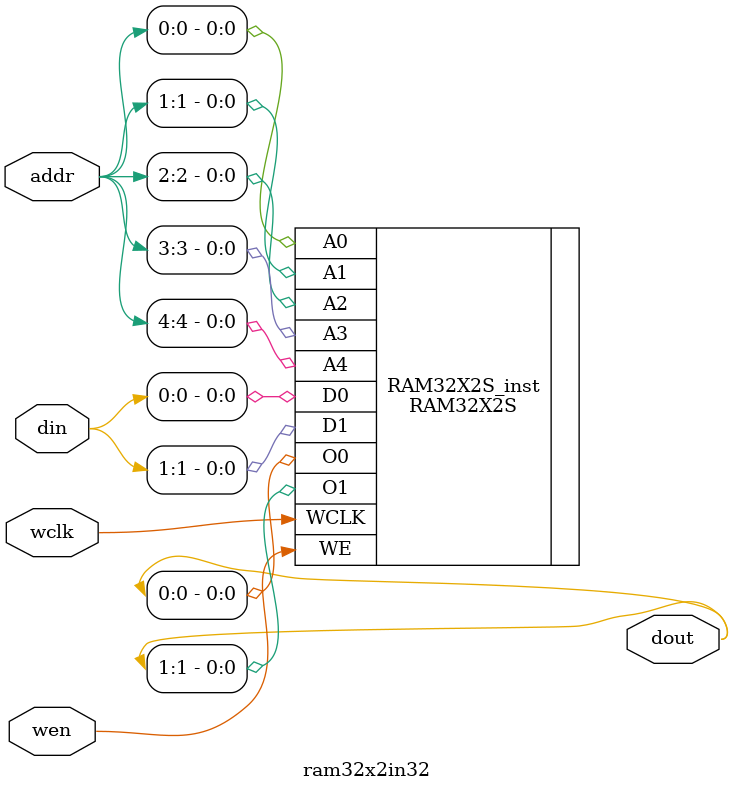
<source format=v>

module in32(clk,rdwr,strobe,our_addr,addr,busy_in,busy_out,
       addr_match_in,addr_match_out,datin,datout,
       u10clk, pin2, pin4, pin6, pin8);

    input  clk;              // system clock
    input  rdwr;             // direction of this transfer. Read=1; Write=0
    input  strobe;           // true on full valid command
    input  [3:0] our_addr;   // high byte of our assigned address
    input  [11:0] addr;      // address of target peripheral
    input  busy_in;          // ==1 if a previous peripheral is busy
    output busy_out;         // ==our busy state if our address, pass through otherwise
    input  addr_match_in;    // ==1 if a previous peripheral claims the address
    output addr_match_out;   // ==1 if we claim the above address, pass through otherwise
    input  [7:0] datin ;     // Data INto the peripheral;
    output [7:0] datout ;    // Data OUTput from the peripheral, = datin if not us.
    input  u10clk;           // 10 microsecond clock pulse
    output pin2;             // Pin2 to the in32 card.  Clock control.
    output pin4;             // Pin4 to the in32 card.  Clock control.
    output pin6;             // Pin6 to the in32 card.  Clock control.
    input  pin8;             // Serial data from the in32

    // State variables
    reg    [4:0] bst;        // Bit number for current card access
    reg    [3:0] gst;        // global state for xfer from card
    reg    dataready;        // set=1 to wait for an autosend to host
    reg    changepending;    // set=1 while finishing all 32 bits to then set dataready
    reg    sample;           // used to bring pin8 into our clock domain

    // Addressing and bus interface lines 
    wire   myaddr;           // ==1 if a correct read/write on our address
    wire   [1:0] rout;       // RAM output lines
    wire   [4:0] raddr;      // RAM address lines
    wire   [1:0] rin;        // RAM input lines
    wire   wen;              // RAM write enable
    ram32x2in32 ram(rout,raddr,rin,clk,wen); // Register array in RAM


    initial
    begin
        gst = 0;
        bst = 0;
        dataready = 0;
        changepending = 0;
    end

    always @(posedge clk)
    begin
        // reading reg 31 clears the dataready flag
        if (strobe && rdwr && myaddr && (addr[4:0] == 31))
        begin
            dataready <= 0;
        end

        // else if host is not rd/wr our regs and we're not waiting for autosend
        else if (~(strobe & myaddr & ~rdwr) && (u10clk == 1) && ~dataready)
        begin
            // was there a change on an input?
            // grab the input on 3, compare to old value on 4, write to RAM on 5
            if (gst == 3)
                sample <= pin8;
            if (rout[1] && (sample != rout[0]) && (gst == 4))
                changepending <= 1;
            if (gst < 5)
                gst <= gst + 4'h1;
            else
            begin
                bst <= bst + 5'h01;  // next bit
                if (bst != 31)   // Done with all bits?
                    gst <= 3;
                else
                begin
                    gst <= 0;
                    if (changepending)
                    begin
                        dataready <= 1;
                        changepending <= 0;
                    end
                end
            end
        end
    end


    // Assign the outputs.
    assign pin2 = ~((gst == 0) || (gst == 1));
    assign pin4 = (gst == 4);
    assign pin6 = ~((gst == 0) || (gst == 2) || (gst == 5));

    // assign RAM signals
    assign wen   = (strobe & myaddr & ~rdwr) ||  // latch data on a write
                   (~dataready && (gst == 5));
    assign raddr = (strobe & myaddr) ? addr[4:0] : bst ;
    assign rin[1] = (strobe & myaddr & ~rdwr) ? datin[1] : rout[1];
    assign rin[0] = sample;

    assign myaddr = (addr[11:8] == our_addr) && (addr[7:5] == 0);
    assign datout = (~myaddr) ? datin :
                     (~strobe && myaddr && (dataready)) ? 8'h20 :  // Send 32 bytes if ready
                      (strobe) ? {6'h00,rout} : 
                       8'h00 ; 

    // Loop in-to-out where appropriate
    assign busy_out = busy_in;
    assign addr_match_out = myaddr | addr_match_in;

endmodule



module ram32x2in32(dout,addr,din,wclk,wen);
   output [1:0] dout;
   input  [4:0] addr;
   input  [1:0] din;
   input  wclk;
   input  wen;

   // RAM32X2S: 32 x 2 posedge write distributed (LUT) RAM
   //           Virtex-II/II-Pro, Spartan-3/3E/3A
   // Xilinx HDL Language Template, version 10.1

   RAM32X2S #(
      .INIT_00(32'h00000000), // INIT for bit 0 of RAM
      .INIT_01(32'h00000000)  // INIT for bit 1 of RAM
   ) RAM32X2S_inst (
      .O0(dout[0]),     // RAM data[0] output
      .O1(dout[1]),     // RAM data[1] output
      .A0(addr[0]),     // RAM address[0] input
      .A1(addr[1]),     // RAM address[1] input
      .A2(addr[2]),     // RAM address[2] input
      .A3(addr[3]),     // RAM address[3] input
      .A4(addr[4]),     // RAM address[4] input
      .D0(din[0]),      // RAM data[0] input
      .D1(din[1]),      // RAM data[1] input
      .WCLK(wclk),      // Write clock input
      .WE(wen)          // Write enable input
   );

  // End of RAM32X2S_inst instantiation

endmodule




</source>
